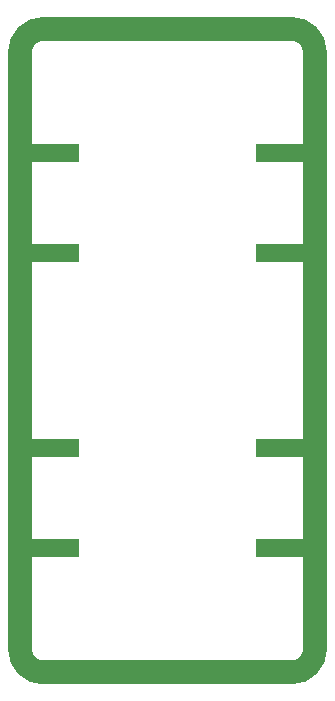
<source format=gbs>
G04*
G04 #@! TF.GenerationSoftware,Altium Limited,Altium Designer,25.6.2 (33)*
G04*
G04 Layer_Color=16711935*
%FSLAX44Y44*%
%MOMM*%
G71*
G04*
G04 #@! TF.SameCoordinates,406FDB3A-8374-4AAD-B88D-9ED9193208D5*
G04*
G04*
G04 #@! TF.FilePolarity,Negative*
G04*
G01*
G75*
%ADD15C,2.0000*%
%ADD17R,5.1500X1.5500*%
D15*
X230000Y0D02*
G03*
X250000Y20000I0J20000D01*
G01*
X0D02*
G03*
X20000Y0I20000J0D01*
G01*
Y545000D02*
G03*
X0Y525000I0J-20000D01*
G01*
X250000D02*
G03*
X230000Y545000I-20000J0D01*
G01*
X250000Y20000D02*
Y525000D01*
X20000Y0D02*
X230000D01*
X0Y20000D02*
Y525000D01*
X20000Y545000D02*
X230000D01*
D17*
X25000Y355000D02*
D03*
Y440000D02*
D03*
Y105000D02*
D03*
Y190000D02*
D03*
X225000D02*
D03*
Y105000D02*
D03*
Y440000D02*
D03*
Y355000D02*
D03*
M02*

</source>
